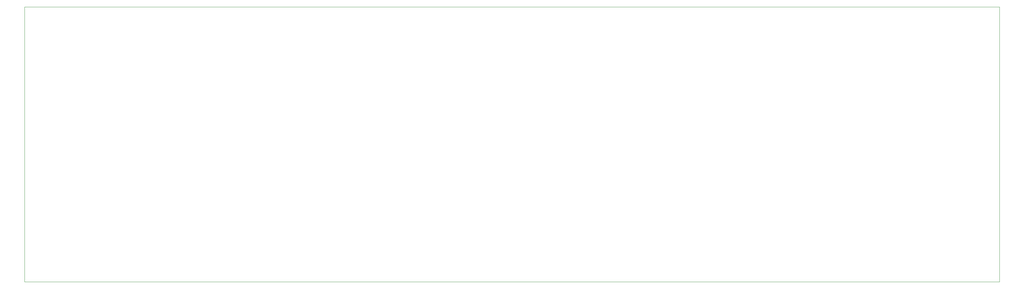
<source format=gbr>
G04 (created by PCBNEW (2013-07-07 BZR 4022)-stable) date 3/11/2016 5:09:17 AM*
%MOIN*%
G04 Gerber Fmt 3.4, Leading zero omitted, Abs format*
%FSLAX34Y34*%
G01*
G70*
G90*
G04 APERTURE LIST*
%ADD10C,0.00590551*%
%ADD11C,0.00393701*%
G04 APERTURE END LIST*
G54D10*
G54D11*
X108800Y-35200D02*
X108800Y-6000D01*
X5500Y-35200D02*
X108800Y-35200D01*
X5500Y-34200D02*
X5500Y-35200D01*
X108800Y-6000D02*
X5500Y-6000D01*
X5500Y-34200D02*
X5500Y-6000D01*
M02*

</source>
